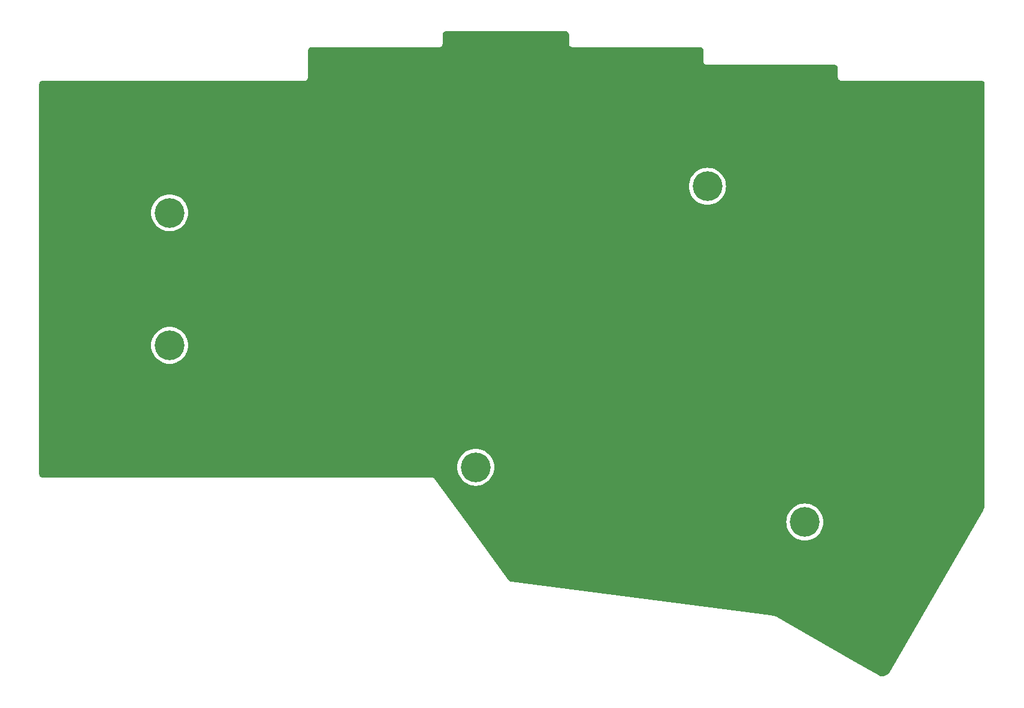
<source format=gbl>
G04 #@! TF.GenerationSoftware,KiCad,Pcbnew,8.0.3*
G04 #@! TF.CreationDate,2024-06-14T21:37:23-03:00*
G04 #@! TF.ProjectId,corne-bottom-plate,636f726e-652d-4626-9f74-746f6d2d706c,2.1*
G04 #@! TF.SameCoordinates,Original*
G04 #@! TF.FileFunction,Copper,L2,Bot*
G04 #@! TF.FilePolarity,Positive*
%FSLAX46Y46*%
G04 Gerber Fmt 4.6, Leading zero omitted, Abs format (unit mm)*
G04 Created by KiCad (PCBNEW 8.0.3) date 2024-06-14 21:37:23*
%MOMM*%
%LPD*%
G01*
G04 APERTURE LIST*
G04 #@! TA.AperFunction,ComponentPad*
%ADD10C,4.200000*%
G04 #@! TD*
G04 APERTURE END LIST*
D10*
X79500000Y-86750000D03*
X79500000Y-105500000D03*
X155500000Y-83000000D03*
X122750000Y-122750000D03*
X169250000Y-130500000D03*
G04 #@! TA.AperFunction,NonConductor*
G36*
X135508188Y-61076578D02*
G01*
X135520804Y-61078238D01*
X135593421Y-61087798D01*
X135625193Y-61096312D01*
X135696925Y-61126025D01*
X135725410Y-61142470D01*
X135787006Y-61189734D01*
X135810265Y-61212993D01*
X135857529Y-61274589D01*
X135873974Y-61303074D01*
X135903687Y-61374806D01*
X135912201Y-61406579D01*
X135923422Y-61491811D01*
X135924500Y-61508257D01*
X135924500Y-62725469D01*
X135924500Y-62750000D01*
X135924500Y-62814843D01*
X135953358Y-62941278D01*
X135987522Y-63012223D01*
X136000000Y-63066890D01*
X136000000Y-63200000D01*
X136097161Y-63200000D01*
X136165282Y-63220002D01*
X136175722Y-63227491D01*
X136191873Y-63240371D01*
X136191876Y-63240372D01*
X136191878Y-63240374D01*
X136266570Y-63276343D01*
X136308713Y-63296638D01*
X136308716Y-63296639D01*
X136308722Y-63296642D01*
X136435157Y-63325500D01*
X136484982Y-63325500D01*
X154475469Y-63325500D01*
X154491743Y-63325500D01*
X154508188Y-63326578D01*
X154520804Y-63328238D01*
X154593421Y-63337798D01*
X154625193Y-63346312D01*
X154696925Y-63376025D01*
X154725410Y-63392470D01*
X154787006Y-63439734D01*
X154810265Y-63462993D01*
X154857529Y-63524589D01*
X154873974Y-63553074D01*
X154903687Y-63624806D01*
X154912201Y-63656579D01*
X154923422Y-63741811D01*
X154924500Y-63758257D01*
X154924500Y-65225469D01*
X154924500Y-65250000D01*
X154924500Y-65314843D01*
X154953358Y-65441278D01*
X154987522Y-65512223D01*
X155000000Y-65566890D01*
X155000000Y-65700000D01*
X155097161Y-65700000D01*
X155165282Y-65720002D01*
X155175722Y-65727491D01*
X155191873Y-65740371D01*
X155191876Y-65740372D01*
X155191878Y-65740374D01*
X155266570Y-65776343D01*
X155308713Y-65796638D01*
X155308716Y-65796639D01*
X155308722Y-65796642D01*
X155435157Y-65825500D01*
X155484982Y-65825500D01*
X173475469Y-65825500D01*
X173491743Y-65825500D01*
X173508188Y-65826578D01*
X173520804Y-65828238D01*
X173593421Y-65837798D01*
X173625193Y-65846312D01*
X173696925Y-65876025D01*
X173725410Y-65892470D01*
X173787006Y-65939734D01*
X173810265Y-65962993D01*
X173857529Y-66024589D01*
X173873974Y-66053074D01*
X173903687Y-66124806D01*
X173912201Y-66156579D01*
X173923422Y-66241811D01*
X173924500Y-66258257D01*
X173924500Y-67475469D01*
X173924500Y-67500000D01*
X173924500Y-67564843D01*
X173953358Y-67691278D01*
X173987522Y-67762223D01*
X174000000Y-67816890D01*
X174000000Y-67900000D01*
X174034464Y-67900000D01*
X174102585Y-67920002D01*
X174113018Y-67927485D01*
X174191878Y-67990374D01*
X174191879Y-67990374D01*
X174191880Y-67990375D01*
X174308713Y-68046638D01*
X174308716Y-68046639D01*
X174308722Y-68046642D01*
X174435157Y-68075500D01*
X174484982Y-68075500D01*
X194225469Y-68075500D01*
X194241743Y-68075500D01*
X194258188Y-68076578D01*
X194270804Y-68078238D01*
X194343421Y-68087798D01*
X194375193Y-68096312D01*
X194446925Y-68126025D01*
X194475410Y-68142470D01*
X194537006Y-68189734D01*
X194560265Y-68212993D01*
X194607529Y-68274589D01*
X194623974Y-68303074D01*
X194653687Y-68374806D01*
X194662201Y-68406579D01*
X194673422Y-68491811D01*
X194674500Y-68508257D01*
X194674500Y-127931382D01*
X194673960Y-127934951D01*
X194674450Y-127971767D01*
X194674280Y-127980203D01*
X194663269Y-128185141D01*
X194661237Y-128201893D01*
X194623734Y-128399338D01*
X194619482Y-128415668D01*
X194555932Y-128606331D01*
X194549536Y-128621947D01*
X194459276Y-128806086D01*
X194455310Y-128813535D01*
X194440073Y-128839978D01*
X194433053Y-128858296D01*
X181238346Y-151732499D01*
X181228134Y-151747570D01*
X181112908Y-151893662D01*
X181099447Y-151908212D01*
X180962498Y-152034644D01*
X180946921Y-152046903D01*
X180791837Y-152150294D01*
X180774531Y-152159957D01*
X180605163Y-152237743D01*
X180586556Y-152244574D01*
X180407068Y-152294841D01*
X180387620Y-152298668D01*
X180202480Y-152320164D01*
X180182672Y-152320894D01*
X179996454Y-152313089D01*
X179976776Y-152310704D01*
X179819753Y-152278977D01*
X179782794Y-152265212D01*
X176323099Y-150313309D01*
X176321965Y-150312662D01*
X165147936Y-143854950D01*
X165137211Y-143845487D01*
X165136705Y-143846216D01*
X165120321Y-143834823D01*
X165120320Y-143834822D01*
X165120319Y-143834822D01*
X165119167Y-143834474D01*
X165110961Y-143830919D01*
X165098877Y-143826811D01*
X165081150Y-143822987D01*
X164987831Y-143794778D01*
X164766003Y-143743259D01*
X164765989Y-143743256D01*
X164691077Y-143730938D01*
X164541256Y-143706304D01*
X164541250Y-143706303D01*
X164541241Y-143706302D01*
X164431118Y-143695517D01*
X164427146Y-143695064D01*
X127799222Y-138930266D01*
X127776547Y-138925154D01*
X127774534Y-138924500D01*
X127774531Y-138924500D01*
X127763046Y-138924500D01*
X127746792Y-138923447D01*
X127740827Y-138922671D01*
X127729658Y-138922495D01*
X127679537Y-138917559D01*
X127655312Y-138912741D01*
X127599426Y-138895789D01*
X127576605Y-138886336D01*
X127525105Y-138858809D01*
X127504568Y-138845087D01*
X127466003Y-138813437D01*
X127444812Y-138791202D01*
X127424329Y-138763643D01*
X127423786Y-138762906D01*
X121398031Y-130499998D01*
X166636732Y-130499998D01*
X166636732Y-130500001D01*
X166655785Y-130814992D01*
X166655786Y-130814995D01*
X166712668Y-131125395D01*
X166806553Y-131426682D01*
X166936060Y-131714435D01*
X166936066Y-131714446D01*
X167099319Y-131984499D01*
X167099322Y-131984504D01*
X167293935Y-132232911D01*
X167293947Y-132232924D01*
X167517075Y-132456052D01*
X167517088Y-132456064D01*
X167765495Y-132650677D01*
X168035554Y-132813934D01*
X168035558Y-132813936D01*
X168035564Y-132813939D01*
X168323317Y-132943446D01*
X168323318Y-132943446D01*
X168323322Y-132943448D01*
X168624604Y-133037331D01*
X168935005Y-133094214D01*
X169145001Y-133106916D01*
X169249999Y-133113268D01*
X169250000Y-133113268D01*
X169250001Y-133113268D01*
X169328748Y-133108504D01*
X169564995Y-133094214D01*
X169875396Y-133037331D01*
X170176678Y-132943448D01*
X170464446Y-132813934D01*
X170734505Y-132650677D01*
X170982917Y-132456059D01*
X171206059Y-132232917D01*
X171400677Y-131984505D01*
X171563934Y-131714446D01*
X171693448Y-131426678D01*
X171787331Y-131125396D01*
X171844214Y-130814995D01*
X171863268Y-130500000D01*
X171844214Y-130185005D01*
X171787331Y-129874604D01*
X171693448Y-129573322D01*
X171563934Y-129285554D01*
X171400677Y-129015495D01*
X171206064Y-128767088D01*
X171206052Y-128767075D01*
X170982924Y-128543947D01*
X170982911Y-128543935D01*
X170734504Y-128349322D01*
X170734499Y-128349319D01*
X170464446Y-128186066D01*
X170464435Y-128186060D01*
X170176682Y-128056553D01*
X169875395Y-127962668D01*
X169564995Y-127905786D01*
X169564992Y-127905785D01*
X169250001Y-127886732D01*
X169249999Y-127886732D01*
X168935007Y-127905785D01*
X168935004Y-127905786D01*
X168624604Y-127962668D01*
X168323317Y-128056553D01*
X168035564Y-128186060D01*
X168035553Y-128186066D01*
X167765500Y-128349319D01*
X167765495Y-128349322D01*
X167517088Y-128543935D01*
X167517075Y-128543947D01*
X167293947Y-128767075D01*
X167293935Y-128767088D01*
X167099322Y-129015495D01*
X167099319Y-129015500D01*
X166936066Y-129285553D01*
X166936060Y-129285564D01*
X166806553Y-129573317D01*
X166712668Y-129874604D01*
X166655786Y-130185004D01*
X166655785Y-130185007D01*
X166636732Y-130499998D01*
X121398031Y-130499998D01*
X116938474Y-124384763D01*
X116928009Y-124367716D01*
X116924286Y-124360407D01*
X116921692Y-124357813D01*
X116918024Y-124354145D01*
X116906027Y-124340123D01*
X116896579Y-124331419D01*
X116896649Y-124331342D01*
X116889951Y-124326071D01*
X116866860Y-124302980D01*
X116772602Y-124239998D01*
X116667867Y-124196616D01*
X116556684Y-124174500D01*
X116556682Y-124174500D01*
X116515018Y-124174500D01*
X61508257Y-124174500D01*
X61491811Y-124173422D01*
X61406579Y-124162201D01*
X61374806Y-124153687D01*
X61303074Y-124123974D01*
X61274589Y-124107529D01*
X61212993Y-124060265D01*
X61189734Y-124037006D01*
X61142470Y-123975410D01*
X61126025Y-123946925D01*
X61096312Y-123875193D01*
X61087798Y-123843419D01*
X61076578Y-123758187D01*
X61075500Y-123741742D01*
X61075500Y-122749998D01*
X120136732Y-122749998D01*
X120136732Y-122750001D01*
X120155785Y-123064992D01*
X120155786Y-123064995D01*
X120212668Y-123375395D01*
X120306553Y-123676682D01*
X120436060Y-123964435D01*
X120436066Y-123964446D01*
X120599319Y-124234499D01*
X120599322Y-124234504D01*
X120793935Y-124482911D01*
X120793947Y-124482924D01*
X121017075Y-124706052D01*
X121017088Y-124706064D01*
X121265495Y-124900677D01*
X121535554Y-125063934D01*
X121535558Y-125063936D01*
X121535564Y-125063939D01*
X121823317Y-125193446D01*
X121823318Y-125193446D01*
X121823322Y-125193448D01*
X122124604Y-125287331D01*
X122435005Y-125344214D01*
X122645001Y-125356916D01*
X122749999Y-125363268D01*
X122750000Y-125363268D01*
X122750001Y-125363268D01*
X122828748Y-125358504D01*
X123064995Y-125344214D01*
X123375396Y-125287331D01*
X123676678Y-125193448D01*
X123964446Y-125063934D01*
X124234505Y-124900677D01*
X124482917Y-124706059D01*
X124706059Y-124482917D01*
X124900677Y-124234505D01*
X125063934Y-123964446D01*
X125193448Y-123676678D01*
X125287331Y-123375396D01*
X125344214Y-123064995D01*
X125363268Y-122750000D01*
X125344214Y-122435005D01*
X125287331Y-122124604D01*
X125193448Y-121823322D01*
X125063934Y-121535554D01*
X124900677Y-121265495D01*
X124706064Y-121017088D01*
X124706052Y-121017075D01*
X124482924Y-120793947D01*
X124482911Y-120793935D01*
X124234504Y-120599322D01*
X124234499Y-120599319D01*
X123964446Y-120436066D01*
X123964435Y-120436060D01*
X123676682Y-120306553D01*
X123375395Y-120212668D01*
X123064995Y-120155786D01*
X123064992Y-120155785D01*
X122750001Y-120136732D01*
X122749999Y-120136732D01*
X122435007Y-120155785D01*
X122435004Y-120155786D01*
X122124604Y-120212668D01*
X121823317Y-120306553D01*
X121535564Y-120436060D01*
X121535553Y-120436066D01*
X121265500Y-120599319D01*
X121265495Y-120599322D01*
X121017088Y-120793935D01*
X121017075Y-120793947D01*
X120793947Y-121017075D01*
X120793935Y-121017088D01*
X120599322Y-121265495D01*
X120599319Y-121265500D01*
X120436066Y-121535553D01*
X120436060Y-121535564D01*
X120306553Y-121823317D01*
X120212668Y-122124604D01*
X120155786Y-122435004D01*
X120155785Y-122435007D01*
X120136732Y-122749998D01*
X61075500Y-122749998D01*
X61075500Y-105499998D01*
X76886732Y-105499998D01*
X76886732Y-105500001D01*
X76905785Y-105814992D01*
X76905786Y-105814995D01*
X76962668Y-106125395D01*
X77056553Y-106426682D01*
X77186060Y-106714435D01*
X77186066Y-106714446D01*
X77349319Y-106984499D01*
X77349322Y-106984504D01*
X77543935Y-107232911D01*
X77543947Y-107232924D01*
X77767075Y-107456052D01*
X77767088Y-107456064D01*
X78015495Y-107650677D01*
X78285554Y-107813934D01*
X78285558Y-107813936D01*
X78285564Y-107813939D01*
X78573317Y-107943446D01*
X78573318Y-107943446D01*
X78573322Y-107943448D01*
X78874604Y-108037331D01*
X79185005Y-108094214D01*
X79395001Y-108106916D01*
X79499999Y-108113268D01*
X79500000Y-108113268D01*
X79500001Y-108113268D01*
X79578748Y-108108504D01*
X79814995Y-108094214D01*
X80125396Y-108037331D01*
X80426678Y-107943448D01*
X80714446Y-107813934D01*
X80984505Y-107650677D01*
X81232917Y-107456059D01*
X81456059Y-107232917D01*
X81650677Y-106984505D01*
X81813934Y-106714446D01*
X81943448Y-106426678D01*
X82037331Y-106125396D01*
X82094214Y-105814995D01*
X82113268Y-105500000D01*
X82094214Y-105185005D01*
X82037331Y-104874604D01*
X81943448Y-104573322D01*
X81813934Y-104285554D01*
X81650677Y-104015495D01*
X81456064Y-103767088D01*
X81456052Y-103767075D01*
X81232924Y-103543947D01*
X81232911Y-103543935D01*
X80984504Y-103349322D01*
X80984499Y-103349319D01*
X80714446Y-103186066D01*
X80714435Y-103186060D01*
X80426682Y-103056553D01*
X80125395Y-102962668D01*
X79814995Y-102905786D01*
X79814992Y-102905785D01*
X79500001Y-102886732D01*
X79499999Y-102886732D01*
X79185007Y-102905785D01*
X79185004Y-102905786D01*
X78874604Y-102962668D01*
X78573317Y-103056553D01*
X78285564Y-103186060D01*
X78285553Y-103186066D01*
X78015500Y-103349319D01*
X78015495Y-103349322D01*
X77767088Y-103543935D01*
X77767075Y-103543947D01*
X77543947Y-103767075D01*
X77543935Y-103767088D01*
X77349322Y-104015495D01*
X77349319Y-104015500D01*
X77186066Y-104285553D01*
X77186060Y-104285564D01*
X77056553Y-104573317D01*
X76962668Y-104874604D01*
X76905786Y-105185004D01*
X76905785Y-105185007D01*
X76886732Y-105499998D01*
X61075500Y-105499998D01*
X61075500Y-86749998D01*
X76886732Y-86749998D01*
X76886732Y-86750001D01*
X76905785Y-87064992D01*
X76905786Y-87064995D01*
X76962668Y-87375395D01*
X77056553Y-87676682D01*
X77186060Y-87964435D01*
X77186066Y-87964446D01*
X77349319Y-88234499D01*
X77349322Y-88234504D01*
X77543935Y-88482911D01*
X77543947Y-88482924D01*
X77767075Y-88706052D01*
X77767088Y-88706064D01*
X78015495Y-88900677D01*
X78285554Y-89063934D01*
X78285558Y-89063936D01*
X78285564Y-89063939D01*
X78573317Y-89193446D01*
X78573318Y-89193446D01*
X78573322Y-89193448D01*
X78874604Y-89287331D01*
X79185005Y-89344214D01*
X79395001Y-89356916D01*
X79499999Y-89363268D01*
X79500000Y-89363268D01*
X79500001Y-89363268D01*
X79578748Y-89358504D01*
X79814995Y-89344214D01*
X80125396Y-89287331D01*
X80426678Y-89193448D01*
X80714446Y-89063934D01*
X80984505Y-88900677D01*
X81232917Y-88706059D01*
X81456059Y-88482917D01*
X81650677Y-88234505D01*
X81813934Y-87964446D01*
X81943448Y-87676678D01*
X82037331Y-87375396D01*
X82094214Y-87064995D01*
X82113268Y-86750000D01*
X82094214Y-86435005D01*
X82037331Y-86124604D01*
X81943448Y-85823322D01*
X81943446Y-85823317D01*
X81813939Y-85535564D01*
X81813933Y-85535553D01*
X81758253Y-85443448D01*
X81650677Y-85265495D01*
X81456064Y-85017088D01*
X81456052Y-85017075D01*
X81232924Y-84793947D01*
X81232911Y-84793935D01*
X80984504Y-84599322D01*
X80984499Y-84599319D01*
X80714446Y-84436066D01*
X80714435Y-84436060D01*
X80426682Y-84306553D01*
X80125395Y-84212668D01*
X79814995Y-84155786D01*
X79814992Y-84155785D01*
X79500001Y-84136732D01*
X79499999Y-84136732D01*
X79185007Y-84155785D01*
X79185004Y-84155786D01*
X78874604Y-84212668D01*
X78573317Y-84306553D01*
X78285564Y-84436060D01*
X78285553Y-84436066D01*
X78015500Y-84599319D01*
X78015495Y-84599322D01*
X77767088Y-84793935D01*
X77767075Y-84793947D01*
X77543947Y-85017075D01*
X77543935Y-85017088D01*
X77349322Y-85265495D01*
X77349319Y-85265500D01*
X77186066Y-85535553D01*
X77186060Y-85535564D01*
X77056553Y-85823317D01*
X76962668Y-86124604D01*
X76905786Y-86435004D01*
X76905785Y-86435007D01*
X76886732Y-86749998D01*
X61075500Y-86749998D01*
X61075500Y-82999998D01*
X152886732Y-82999998D01*
X152886732Y-83000001D01*
X152905785Y-83314992D01*
X152905786Y-83314995D01*
X152962668Y-83625395D01*
X153056553Y-83926682D01*
X153186060Y-84214435D01*
X153186066Y-84214446D01*
X153349319Y-84484499D01*
X153349322Y-84484504D01*
X153543935Y-84732911D01*
X153543947Y-84732924D01*
X153767075Y-84956052D01*
X153767088Y-84956064D01*
X154015495Y-85150677D01*
X154285554Y-85313934D01*
X154285558Y-85313936D01*
X154285564Y-85313939D01*
X154573317Y-85443446D01*
X154573318Y-85443446D01*
X154573322Y-85443448D01*
X154874604Y-85537331D01*
X155185005Y-85594214D01*
X155395001Y-85606916D01*
X155499999Y-85613268D01*
X155500000Y-85613268D01*
X155500001Y-85613268D01*
X155578748Y-85608504D01*
X155814995Y-85594214D01*
X156125396Y-85537331D01*
X156426678Y-85443448D01*
X156714446Y-85313934D01*
X156984505Y-85150677D01*
X157232917Y-84956059D01*
X157456059Y-84732917D01*
X157650677Y-84484505D01*
X157813934Y-84214446D01*
X157943448Y-83926678D01*
X158037331Y-83625396D01*
X158094214Y-83314995D01*
X158113268Y-83000000D01*
X158094214Y-82685005D01*
X158037331Y-82374604D01*
X157943448Y-82073322D01*
X157813934Y-81785554D01*
X157650677Y-81515495D01*
X157456064Y-81267088D01*
X157456052Y-81267075D01*
X157232924Y-81043947D01*
X157232911Y-81043935D01*
X156984504Y-80849322D01*
X156984499Y-80849319D01*
X156714446Y-80686066D01*
X156714435Y-80686060D01*
X156426682Y-80556553D01*
X156125395Y-80462668D01*
X155814995Y-80405786D01*
X155814992Y-80405785D01*
X155500001Y-80386732D01*
X155499999Y-80386732D01*
X155185007Y-80405785D01*
X155185004Y-80405786D01*
X154874604Y-80462668D01*
X154573317Y-80556553D01*
X154285564Y-80686060D01*
X154285553Y-80686066D01*
X154015500Y-80849319D01*
X154015495Y-80849322D01*
X153767088Y-81043935D01*
X153767075Y-81043947D01*
X153543947Y-81267075D01*
X153543935Y-81267088D01*
X153349322Y-81515495D01*
X153349319Y-81515500D01*
X153186066Y-81785553D01*
X153186060Y-81785564D01*
X153056553Y-82073317D01*
X152962668Y-82374604D01*
X152905786Y-82685004D01*
X152905785Y-82685007D01*
X152886732Y-82999998D01*
X61075500Y-82999998D01*
X61075500Y-68508257D01*
X61076578Y-68491812D01*
X61084036Y-68435157D01*
X61087799Y-68406576D01*
X61096312Y-68374806D01*
X61126025Y-68303074D01*
X61142467Y-68274593D01*
X61189738Y-68212988D01*
X61212988Y-68189738D01*
X61274593Y-68142467D01*
X61303074Y-68126025D01*
X61374806Y-68096312D01*
X61406576Y-68087799D01*
X61481982Y-68077871D01*
X61491812Y-68076578D01*
X61508257Y-68075500D01*
X98564840Y-68075500D01*
X98564843Y-68075500D01*
X98691278Y-68046642D01*
X98808122Y-67990374D01*
X98909515Y-67909515D01*
X98990374Y-67808122D01*
X99046642Y-67691278D01*
X99075500Y-67564843D01*
X99075500Y-67500000D01*
X99075500Y-67475469D01*
X99075500Y-63758257D01*
X99076578Y-63741812D01*
X99084036Y-63685157D01*
X99087799Y-63656576D01*
X99096312Y-63624806D01*
X99126025Y-63553074D01*
X99142467Y-63524593D01*
X99189738Y-63462988D01*
X99212988Y-63439738D01*
X99274593Y-63392467D01*
X99303074Y-63376025D01*
X99374806Y-63346312D01*
X99406576Y-63337799D01*
X99481982Y-63327871D01*
X99491812Y-63326578D01*
X99508257Y-63325500D01*
X117564840Y-63325500D01*
X117564843Y-63325500D01*
X117691278Y-63296642D01*
X117808122Y-63240374D01*
X117808126Y-63240371D01*
X117824278Y-63227491D01*
X117890007Y-63200655D01*
X117902839Y-63200000D01*
X118000000Y-63200000D01*
X118000000Y-63066890D01*
X118012477Y-63012223D01*
X118046642Y-62941278D01*
X118075500Y-62814843D01*
X118075500Y-62750000D01*
X118075500Y-62725469D01*
X118075500Y-61508257D01*
X118076578Y-61491812D01*
X118084036Y-61435157D01*
X118087799Y-61406576D01*
X118096312Y-61374806D01*
X118126025Y-61303074D01*
X118142467Y-61274593D01*
X118189738Y-61212988D01*
X118212988Y-61189738D01*
X118274593Y-61142467D01*
X118303074Y-61126025D01*
X118374806Y-61096312D01*
X118406576Y-61087799D01*
X118481982Y-61077871D01*
X118491812Y-61076578D01*
X118508257Y-61075500D01*
X118524531Y-61075500D01*
X135475469Y-61075500D01*
X135491743Y-61075500D01*
X135508188Y-61076578D01*
G37*
G04 #@! TD.AperFunction*
M02*

</source>
